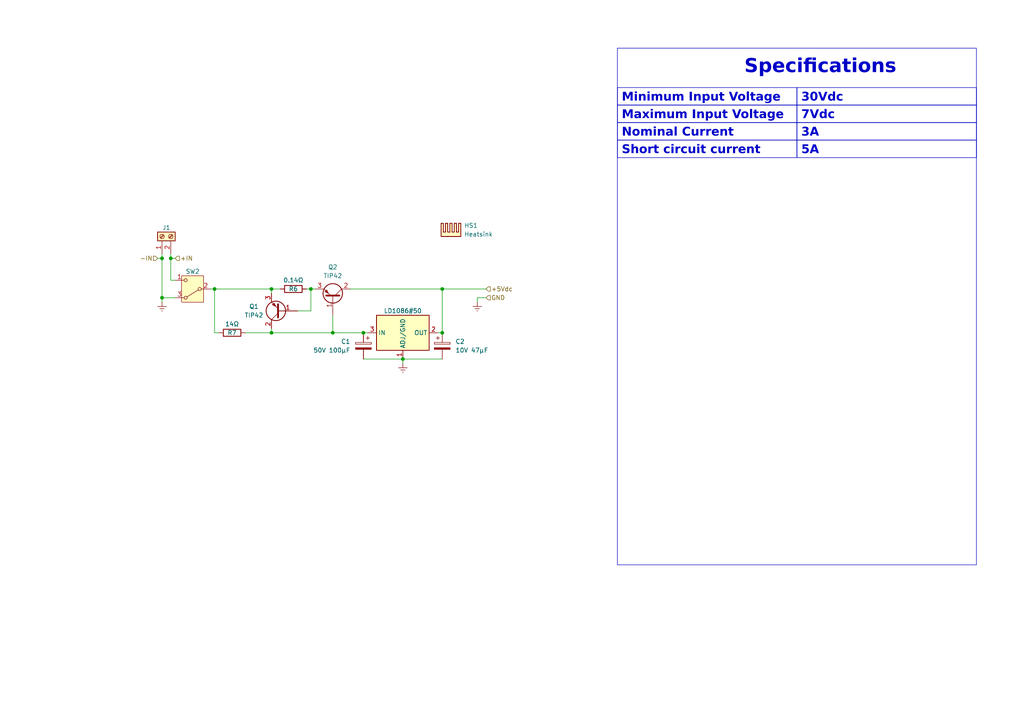
<source format=kicad_sch>
(kicad_sch (version 20230121) (generator eeschema)
  (paper "A4")
  (title_block (title "Power") (date "2024-09-27") (rev "1.0") (company "Lucas Rayan Guerra da Silva") (comment 1 "linkedin.com/in/lucasrguerra") (comment 2 "github.com/lucasrguerra/power_vision"))
  (lib_symbols
    (symbol "Connector:Screw_Terminal_01x02" (pin_names (offset 1.016) hide)
      (property "Reference" "J" (at 0 2.54 0))
      (property "Value" "Screw_Terminal_01x02" (at 0 -5.08 0))
      (symbol "Screw_Terminal_01x02_1_1"
        (rectangle (start -1.27 1.27) (end 1.27 -3.81) (stroke (width 0.254)) (fill (type background)))
        (circle (center 0 -2.54) (radius 0.635) (stroke (width 0.1524)))
        (polyline (pts (xy -0.5334 -2.2098) (xy 0.3302 -3.048)) (stroke (width 0.1524)))
        (polyline (pts (xy -0.5334 0.3302) (xy 0.3302 -0.508)) (stroke (width 0.1524)))
        (polyline (pts (xy -0.3556 -2.032) (xy 0.508 -2.8702)) (stroke (width 0.1524)))
        (polyline (pts (xy -0.3556 0.508) (xy 0.508 -0.3302)) (stroke (width 0.1524)))
        (circle (center 0 0) (radius 0.635) (stroke (width 0.1524)))
        (pin passive line (at -5.08 0 0) (length 3.81) (name "Pin_1") (number "1"))
        (pin passive line (at -5.08 -2.54 0) (length 3.81) (name "Pin_2") (number "2"))
      )
    )
    (symbol "Device:C_Polarized" (pin_numbers hide) (pin_names (offset 0.254))
      (property "Reference" "C" (at 0.635 2.54 0))
      (property "Value" "C_Polarized" (at 0.635 -2.54 0))
      (symbol "C_Polarized_0_1"
        (rectangle (start -2.286 0.508) (end 2.286 1.016))
        (polyline (pts (xy -1.778 2.286) (xy -0.762 2.286)))
        (polyline (pts (xy -1.27 2.794) (xy -1.27 1.778)))
        (rectangle (start 2.286 -0.508) (end -2.286 -1.016) (fill (type outline)))
      )
      (symbol "C_Polarized_1_1"
        (pin passive line (at 0 3.81 270) (length 2.794) (name "~") (number "1"))
        (pin passive line (at 0 -3.81 90) (length 2.794) (name "~") (number "2"))
      )
    )
    (symbol "Device:R" (pin_numbers hide) (pin_names (offset 0))
      (property "Reference" "R" (at 2.032 0 90))
      (property "Value" "R" (at 0 0 90))
      (symbol "R_0_1"
        (rectangle (start -1.016 -2.54) (end 1.016 2.54) (stroke (width 0.254)))
      )
      (symbol "R_1_1"
        (pin passive line (at 0 3.81 270) (length 1.27) (name "~") (number "1"))
        (pin passive line (at 0 -3.81 90) (length 1.27) (name "~") (number "2"))
      )
    )
    (symbol "Mechanical:Heatsink" (pin_names (offset 1.016))
      (property "Reference" "HS" (at 0 5.08 0))
      (property "Value" "Heatsink" (at 0 -1.27 0))
      (symbol "Heatsink_0_1"
        (polyline (pts (xy -0.3302 1.27) (xy -0.9652 1.27) (xy -0.9652 3.81) (xy -1.6002 3.81) (xy -1.6002 1.27) (xy -2.2352 1.27) (xy -2.2352 3.81) (xy -2.8702 3.81) (xy -2.8702 0) (xy -0.9652 0)) (stroke (width 0.254)) (fill (type background)))
        (polyline (pts (xy -0.3302 1.27) (xy -0.3302 3.81) (xy 0.3048 3.81) (xy 0.3048 1.27) (xy 0.9398 1.27) (xy 0.9398 3.81) (xy 1.5748 3.81) (xy 1.5748 1.27) (xy 2.2098 1.27) (xy 2.2098 3.81) (xy 2.8448 3.81) (xy 2.8448 0) (xy -0.9652 0)) (stroke (width 0.254)) (fill (type background)))
      )
    )
    (symbol "Regulator_Linear:LD1086D2M33TR"
      (property "Reference" "U" (at 0 10.16 0))
      (property "Value" "LD1086D2M33TR" (at 0 7.62 0))
      (symbol "LD1086D2M33TR_1_1"
        (rectangle (start -7.62 -5.08) (end 7.62 5.08) (stroke (width 0.254)) (fill (type background)))
        (pin input line (at 0 -7.62 90) (length 2.54) (name "ADJ/GND") (number "1"))
        (pin power_out line (at 10.16 0 180) (length 2.54) (name "OUT") (number "2"))
        (pin power_in line (at -10.16 0 0) (length 2.54) (name "IN") (number "3"))
      )
    )
    (symbol "Switch:SW_Nidec_CAS-120A1" (pin_names (offset 1) hide)
      (property "Reference" "SW" (at 0 4.318 0))
      (property "Value" "SW_Nidec_CAS-120A1" (at 0 -5.08 0))
      (symbol "SW_Nidec_CAS-120A1_0_1"
        (circle (center -2.032 0) (radius 0.4572))
        (polyline (pts (xy -1.651 0.254) (xy 1.651 2.286)))
        (circle (center 2.032 -2.54) (radius 0.4572))
        (circle (center 2.032 2.54) (radius 0.4572))
      )
      (symbol "SW_Nidec_CAS-120A1_1_1"
        (rectangle (start -3.175 3.81) (end 3.175 -3.81) (fill (type background)))
        (pin passive line (at 5.08 -2.54 180) (length 2.54) (name "C") (number "1"))
        (pin passive line (at -5.08 0 0) (length 2.54) (name "B") (number "2"))
        (pin passive line (at 5.08 2.54 180) (length 2.54) (name "A") (number "3"))
      )
    )
    (symbol "Transistor_BJT:TIP42" (pin_names (offset 0) hide)
      (property "Reference" "Q" (at 6.35 1.905 0))
      (property "Value" "TIP42" (at 6.35 0 0))
      (symbol "TIP42_0_1"
        (polyline (pts (xy 0.635 0.635) (xy 2.54 2.54)))
        (polyline (pts (xy 0.635 -0.635) (xy 2.54 -2.54) (xy 2.54 -2.54)))
        (polyline (pts (xy 0.635 1.905) (xy 0.635 -1.905) (xy 0.635 -1.905)) (stroke (width 0.508)))
        (polyline (pts (xy 2.286 -1.778) (xy 1.778 -2.286) (xy 1.27 -1.27) (xy 2.286 -1.778) (xy 2.286 -1.778)) (fill (type outline)))
        (circle (center 1.27 0) (radius 2.8194) (stroke (width 0.254)))
      )
      (symbol "TIP42_1_1"
        (pin input line (at -5.08 0 0) (length 5.715) (name "B") (number "1"))
        (pin passive line (at 2.54 5.08 270) (length 2.54) (name "C") (number "2"))
        (pin passive line (at 2.54 -5.08 90) (length 2.54) (name "E") (number "3"))
      )
    )
    (symbol "power:Earth" (power) (pin_names (offset 0))
      (symbol "Earth_0_1"
        (polyline (pts (xy -0.635 -1.905) (xy 0.635 -1.905)))
        (polyline (pts (xy -0.127 -2.54) (xy 0.127 -2.54)))
        (polyline (pts (xy 0 -1.27) (xy 0 0)))
        (polyline (pts (xy 1.27 -1.27) (xy -1.27 -1.27)))
      )
      (symbol "Earth_1_1"
        (pin power_in line (at 0 0 270) (length 0) hide (name "Earth") (number "1"))
      )
    )
  )
  (junction (at 96.52 96.52))
  (junction (at 62.23 83.82))
  (junction (at 128.27 83.82))
  (junction (at 116.84 104.14))
  (junction (at 90.17 83.82))
  (junction (at 78.74 83.82))
  (junction (at 105.41 96.52))
  (junction (at 49.53 74.93))
  (junction (at 46.99 86.36))
  (junction (at 46.99 74.93))
  (junction (at 128.27 96.52))
  (junction (at 78.74 96.52))
  (wire (pts (xy 90.17 83.82) (xy 91.44 83.82)))
  (wire (pts (xy 105.41 96.52) (xy 106.68 96.52)))
  (wire (pts (xy 46.99 87.63) (xy 46.99 86.36)))
  (wire (pts (xy 46.99 73.66) (xy 46.99 74.93)))
  (wire (pts (xy 101.6 83.82) (xy 128.27 83.82)))
  (wire (pts (xy 128.27 96.52) (xy 127 96.52)))
  (wire (pts (xy 62.23 83.82) (xy 62.23 96.52)))
  (wire (pts (xy 138.43 86.36) (xy 140.97 86.36)))
  (wire (pts (xy 138.43 87.63) (xy 138.43 86.36)))
  (wire (pts (xy 71.12 96.52) (xy 78.74 96.52)))
  (wire (pts (xy 78.74 85.09) (xy 78.74 83.82)))
  (wire (pts (xy 78.74 83.82) (xy 81.28 83.82)))
  (wire (pts (xy 128.27 83.82) (xy 128.27 96.52)))
  (wire (pts (xy 62.23 96.52) (xy 63.5 96.52)))
  (wire (pts (xy 50.8 74.93) (xy 49.53 74.93)))
  (wire (pts (xy 46.99 86.36) (xy 50.8 86.36)))
  (wire (pts (xy 78.74 95.25) (xy 78.74 96.52)))
  (wire (pts (xy 116.84 105.41) (xy 116.84 104.14)))
  (wire (pts (xy 49.53 74.93) (xy 49.53 73.66)))
  (wire (pts (xy 96.52 96.52) (xy 105.41 96.52)))
  (wire (pts (xy 128.27 83.82) (xy 140.97 83.82)))
  (wire (pts (xy 49.53 81.28) (xy 50.8 81.28)))
  (wire (pts (xy 116.84 104.14) (xy 128.27 104.14)))
  (wire (pts (xy 45.72 74.93) (xy 46.99 74.93)))
  (wire (pts (xy 96.52 91.44) (xy 96.52 96.52)))
  (wire (pts (xy 62.23 83.82) (xy 78.74 83.82)))
  (wire (pts (xy 86.36 90.17) (xy 90.17 90.17)))
  (wire (pts (xy 78.74 96.52) (xy 96.52 96.52)))
  (wire (pts (xy 105.41 104.14) (xy 116.84 104.14)))
  (wire (pts (xy 88.9 83.82) (xy 90.17 83.82)))
  (wire (pts (xy 49.53 81.28) (xy 49.53 74.93)))
  (wire (pts (xy 60.96 83.82) (xy 62.23 83.82)))
  (wire (pts (xy 46.99 74.93) (xy 46.99 86.36)))
  (wire (pts (xy 90.17 83.82) (xy 90.17 90.17)))
  (rectangle (start 231.14 35.56) (end 283.21 40.64))
  (rectangle (start 231.14 40.64) (end 283.21 45.72))
  (rectangle (start 231.14 30.48) (end 283.21 35.56))
  (rectangle (start 179.07 40.64) (end 231.14 45.72))
  (rectangle (start 179.07 35.56) (end 231.14 40.64))
  (rectangle (start 179.07 30.48) (end 231.14 35.56))
  (rectangle (start 231.14 25.4) (end 283.21 30.48))
  (rectangle (start 179.07 25.4) (end 231.14 30.48))
  (rectangle (start 179.07 13.97) (end 283.21 163.83))
  (text "Maximum Input Voltage" (at 180.34 35.56 0) (effects (font (size 2.5 2.5) (thickness 0.6) bold) (justify left bottom)))
  (text "3A" (at 232.41 40.64 0) (effects (font (size 2.5 2.5) (thickness 0.6) bold) (justify left bottom)))
  (text "Short circuit current" (at 180.34 45.72 0) (effects (font (size 2.5 2.5) (thickness 0.6) bold) (justify left bottom)))
  (text "5A" (at 232.41 45.72 0) (effects (font (size 2.5 2.5) (thickness 0.6) bold) (justify left bottom)))
  (text "Nominal Current" (at 180.34 40.64 0) (effects (font (size 2.5 2.5) (thickness 0.6) bold) (justify left bottom)))
  (text "7Vdc" (at 232.41 35.56 0) (effects (font (size 2.5 2.5) (thickness 0.6) bold) (justify left bottom)))
  (text "30Vdc" (at 232.41 30.48 0) (effects (font (size 2.5 2.5) (thickness 0.6) bold) (justify left bottom)))
  (text "Specifications" (at 215.9 22.86 0) (effects (font (size 4 4) (thickness 0.254) bold) (justify left bottom)))
  (text "Minimum Input Voltage" (at 180.34 30.48 0) (effects (font (size 2.5 2.5) (thickness 0.6) bold) (justify left bottom)))
  (hierarchical_label "+5Vdc" (shape input) (at 140.97 83.82 0))
  (hierarchical_label "+IN" (shape input) (at 50.8 74.93 0))
  (hierarchical_label "-IN" (shape input) (at 45.72 74.93 180))
  (hierarchical_label "GND" (shape input) (at 140.97 86.36 0))
  (symbol (lib_id "Transistor_BJT:TIP42") (at 81.28 90.17 180) (unit 1)
    (property "Reference" "Q1" (at 73.66 88.9 0))
    (property "Value" "TIP42" (at 73.66 91.44 0))
    (property "Footprint" "Package_TO_SOT_THT:TO-220-3_Vertical" (effects hide))
    (property "Datasheet" "https://www.centralsemi.com/get_document.php?cmp=1&mergetype=pd&mergepath=pd&pdf_id=TIP42.PDF" (effects hide))
  )
  (symbol (lib_id "Connector:Screw_Terminal_01x02") (at 46.99 68.58 90) (unit 1)
    (property "Reference" "J1" (at 48.26 66.04 90))
    (property "Value" "KF301-2P" (effects hide))
    (property "Footprint" "TerminalBlock:TerminalBlock_bornier-2_P5.08mm" (effects hide))
  )
  (symbol (lib_id "Device:R") (at 67.31 96.52 90) (unit 1)
    (property "Reference" "R7" (at 67.31 96.52 90))
    (property "Value" "14Ω" (at 67.31 93.98 90))
    (property "Footprint" "Resistor_SMD:R_1206_3216Metric" (effects hide))
  )
  (symbol (lib_id "Mechanical:Heatsink") (at 130.81 68.58 0) (unit 1)
    (property "Reference" "HS1" (at 134.62 65.405 0) (effects (justify left)))
    (property "Value" "Heatsink" (at 134.62 67.945 0) (effects (justify left)))
  )
  (symbol (lib_id "power:Earth") (at 116.84 105.41 0) (unit 1)
    (property "Reference" "#PWR01" (effects hide))
    (property "Value" "Earth" (effects hide))
  )
  (symbol (lib_id "Device:C_Polarized") (at 105.41 100.33 0) (mirror y) (unit 1)
    (property "Reference" "C1" (at 101.6 99.06 0) (effects (justify left)))
    (property "Value" "50V 100µF" (at 101.6 101.6 0) (effects (justify left)))
    (property "Footprint" "Capacitor_SMD:CP_Elec_10x10" (effects hide))
  )
  (symbol (lib_id "power:Earth") (at 46.99 87.63 0) (unit 1)
    (property "Reference" "#PWR09" (effects hide))
    (property "Value" "Earth" (effects hide))
  )
  (symbol (lib_id "power:Earth") (at 138.43 87.63 0) (unit 1)
    (property "Reference" "#PWR02" (effects hide))
    (property "Value" "Earth" (effects hide))
  )
  (symbol (lib_id "Device:C_Polarized") (at 128.27 100.33 0) (unit 1)
    (property "Reference" "C2" (at 132.08 99.06 0) (effects (justify left)))
    (property "Value" "10V 47µF" (at 132.08 101.6 0) (effects (justify left)))
    (property "Footprint" "Capacitor_Tantalum_SMD:CP_EIA-7343-31_Kemet-D" (effects hide))
  )
  (symbol (lib_id "Device:R") (at 85.09 83.82 90) (unit 1)
    (property "Reference" "R6" (at 85.09 83.82 90))
    (property "Value" "0.14Ω" (at 85.09 81.28 90))
    (property "Footprint" "Resistor_SMD:R_2512_6332Metric" (effects hide))
  )
  (symbol (lib_id "Transistor_BJT:TIP42") (at 96.52 86.36 270) (mirror x) (unit 1)
    (property "Reference" "Q2" (at 96.52 77.47 90))
    (property "Value" "TIP42" (at 96.52 80.01 90))
    (property "Footprint" "Package_TO_SOT_THT:TO-220-3_Vertical" (effects hide))
    (property "Datasheet" "https://www.centralsemi.com/get_document.php?cmp=1&mergetype=pd&mergepath=pd&pdf_id=TIP42.PDF" (effects hide))
  )
  (symbol (lib_id "Switch:SW_Nidec_CAS-120A1") (at 55.88 83.82 180) (unit 1)
    (property "Reference" "SW2" (at 55.88 78.74 0))
    (property "Value" "SS-12D00G 4mm" (effects hide))
    (property "Footprint" "Connector_PinHeader_2.54mm:PinHeader_1x03_P2.54mm_Vertical" (effects hide))
    (property "Datasheet" "https://www.nidec-components.com/e/catalog/switch/cas.pdf" (effects hide))
  )
  (symbol (lib_id "Regulator_Linear:LD1086D2M33TR") (at 116.84 96.52 0) (unit 1)
    (property "Reference" "U1" (effects hide))
    (property "Value" "LD1086#50" (at 116.84 90.17 0))
    (property "Footprint" "Package_TO_SOT_SMD:TO-263-3_TabPin2" (effects hide))
    (property "Datasheet" "https://www.st.com/resource/en/datasheet/ld1086.pdf" (effects hide))
  )
)
</source>
